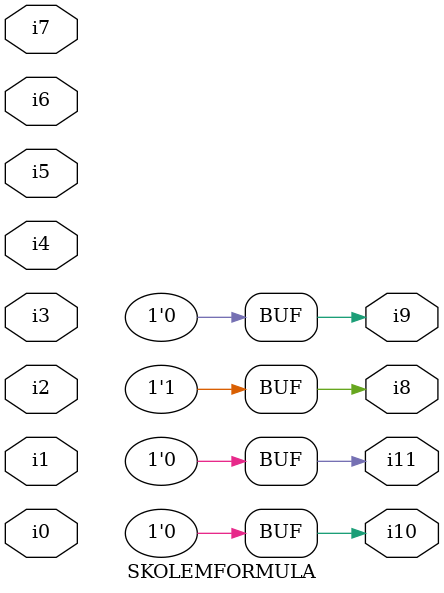
<source format=v>

module SKOLEMFORMULA ( 
    i0, i1, i2, i3, i4, i5, i6, i7,
    i8, i9, i10, i11  );
  input  i0, i1, i2, i3, i4, i5, i6, i7;
  output i8, i9, i10, i11;
  assign i8 = 1'b1;
  assign i9 = 1'b0;
  assign i10 = 1'b0;
  assign i11 = 1'b0;
endmodule



</source>
